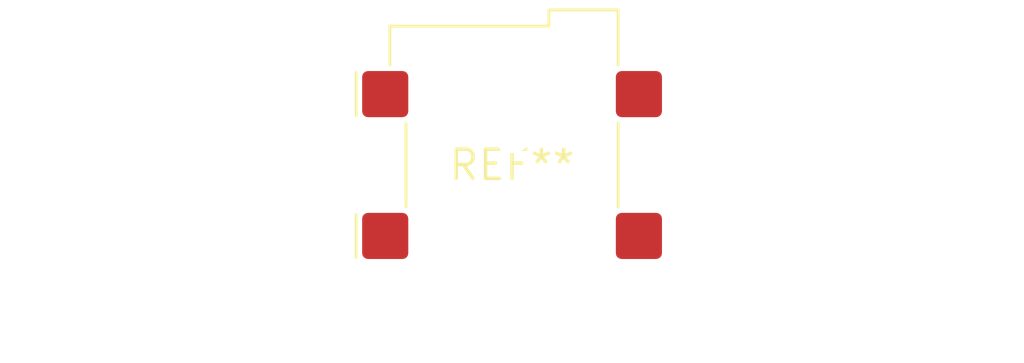
<source format=kicad_pcb>
(kicad_pcb (version 20240108) (generator pcbnew)
  (layers (0 "F.Cu" signal) (31 "B.Cu" signal) (34 "B.Paste" user) (35 "F.Paste" user) (36 "B.SilkS" user "B.Silkscreen") (37 "F.SilkS" user "F.Silkscreen") (38 "B.Mask" user) (39 "F.Mask" user) (44 "Edge.Cuts" user))
  (net 0 "")
  (footprint "BarrelJack_Wuerth_694108106102_2.5x5.5mm" (layer "F.Cu") (at 0 0)
    (property "Reference" "REF**")
    (property "Value" "BarrelJack_Wuerth_694108106102_2.5x5.5mm")
    (fp_line (start -6.76 -4.01) (end -6.76 -2.14) (layer "F.SilkS") (stroke (width 0.12)))
    (fp_line (start -6.76 2.14) (end -6.76 4.01) (layer "F.SilkS") (stroke (width 0.12)))
    (fp_line (start -5.3 -4.335) (end -5.3 -6.025) (layer "F.SilkS") (stroke (width 0.12)))
    (fp_line (start -4.6 -1.795) (end -4.6 1.815) (layer "F.SilkS") (stroke (width 0.12)))
    (fp_line (start 1.6 -6.725) (end 1.6 -6.025) (layer "F.SilkS") (stroke (width 0.12)))
    (fp_line (start 1.6 -6.025) (end -5.3 -6.025) (layer "F.SilkS") (stroke (width 0.12)))
    (fp_line (start 4.6 -6.725) (end 1.6 -6.725) (layer "F.SilkS") (stroke (width 0.12)))
    (fp_line (start 4.6 -6.725) (end 4.6 -4.335) (layer "F.SilkS") (stroke (width 0.12)))
    (fp_line (start 4.6 -1.815) (end 4.6 1.815) (layer "F.SilkS") (stroke (width 0.12)))
    (pad "" np_thru_hole circle (at 0 -1.425) (size 1.8 1.8) (drill 1.8) (layers *.Cu *.Mask))
    (pad "" np_thru_hole circle (at 0 3.075) (size 1.6 1.6) (drill 1.6) (layers *.Cu *.Mask))
    (pad "1" smd roundrect (at -5.5 -3.075) (size 2 2) (layers "F.Cu" "F.Paste" "F.Mask") (roundrect_rratio 0.125))
    (pad "1" smd roundrect (at -5.5 3.075) (size 2 2) (layers "F.Cu" "F.Paste" "F.Mask") (roundrect_rratio 0.125))
    (pad "2" smd roundrect (at 5.5 3.075) (size 2 2) (layers "F.Cu" "F.Paste" "F.Mask") (roundrect_rratio 0.125))
    (pad "3" smd roundrect (at 5.5 -3.075) (size 2 2) (layers "F.Cu" "F.Paste" "F.Mask") (roundrect_rratio 0.125))
  )
)
</source>
